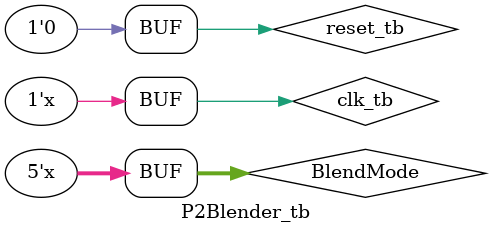
<source format=sv>

`timescale 1ns/1ps // unit step = 1ns and 1ps is resolution
module P2Blender_tb;
logic [1:0] out_tb;
logic  clk_tb, reset_tb;
logic [4:0] BlendMode;

P2Blender Testblend(
.y (out_tb),
.clk (clk_tb),
.reset (reset_tb),
.Mode (BlendMode)
);
// Initialize the testbench
initial begin
clk_tb = 0;
reset_tb = 1;
BlendMode = 0;
end
initial begin 
#15 reset_tb = 0;
end

always 
begin
#1 clk_tb = ~clk_tb; // The clock cycle being an order of magnitude faster than the mode change allows for it to cycle through every state at least twice.
end

always
begin 
#5 BlendMode = BlendMode +1; // The counting up of the mode allows for the cycling through the modes
end 

endmodule

</source>
